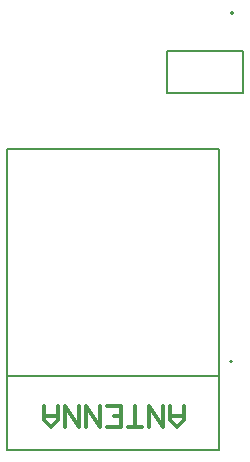
<source format=gbr>
G04*
G04 #@! TF.GenerationSoftware,Altium Limited,Altium Designer,25.0.2 (28)*
G04*
G04 Layer_Color=16711935*
%FSLAX44Y44*%
%MOMM*%
G71*
G04*
G04 #@! TF.SameCoordinates,D42C59B9-CDD2-46E9-AE24-7A473A00D307*
G04*
G04*
G04 #@! TF.FilePolarity,Positive*
G04*
G01*
G75*
%ADD10C,0.2000*%
%ADD13C,0.1270*%
%ADD66C,0.3702*%
D10*
X974350Y483900D02*
G03*
X974350Y483900I-1000J0D01*
G01*
X975130Y778980D02*
G03*
X975130Y778980I-1000J0D01*
G01*
D13*
X783350Y408900D02*
X963350D01*
X783350D02*
Y471900D01*
Y663900D01*
X963350D01*
Y471900D02*
Y663900D01*
Y408900D02*
Y471900D01*
X783350D02*
X963350D01*
X983755Y711455D02*
Y746505D01*
X918705Y711455D02*
X983755D01*
X918705D02*
Y746505D01*
X983755D01*
D66*
X933350Y446400D02*
Y434551D01*
X927425Y428626D01*
X921500Y434551D01*
Y446400D01*
Y437513D01*
X933350D01*
X915576Y446400D02*
Y428626D01*
X903726Y446400D01*
Y428626D01*
X897802D02*
X885952D01*
X891877D01*
Y446400D01*
X868178Y428626D02*
X880027D01*
Y446400D01*
X868178D01*
X880027Y437513D02*
X874102D01*
X862253Y446400D02*
Y428626D01*
X850404Y446400D01*
Y428626D01*
X844479Y446400D02*
Y428626D01*
X832629Y446400D01*
Y428626D01*
X826704Y446400D02*
Y434551D01*
X820780Y428626D01*
X814855Y434551D01*
Y446400D01*
Y437513D01*
X826704D01*
M02*

</source>
